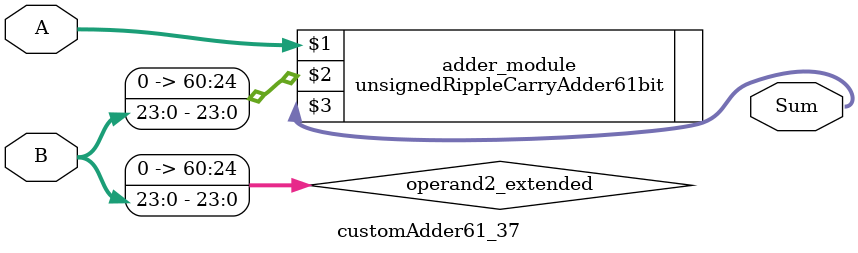
<source format=v>
module customAdder61_37(
                        input [60 : 0] A,
                        input [23 : 0] B,
                        
                        output [61 : 0] Sum
                );

        wire [60 : 0] operand2_extended;
        
        assign operand2_extended =  {37'b0, B};
        
        unsignedRippleCarryAdder61bit adder_module(
            A,
            operand2_extended,
            Sum
        );
        
        endmodule
        
</source>
